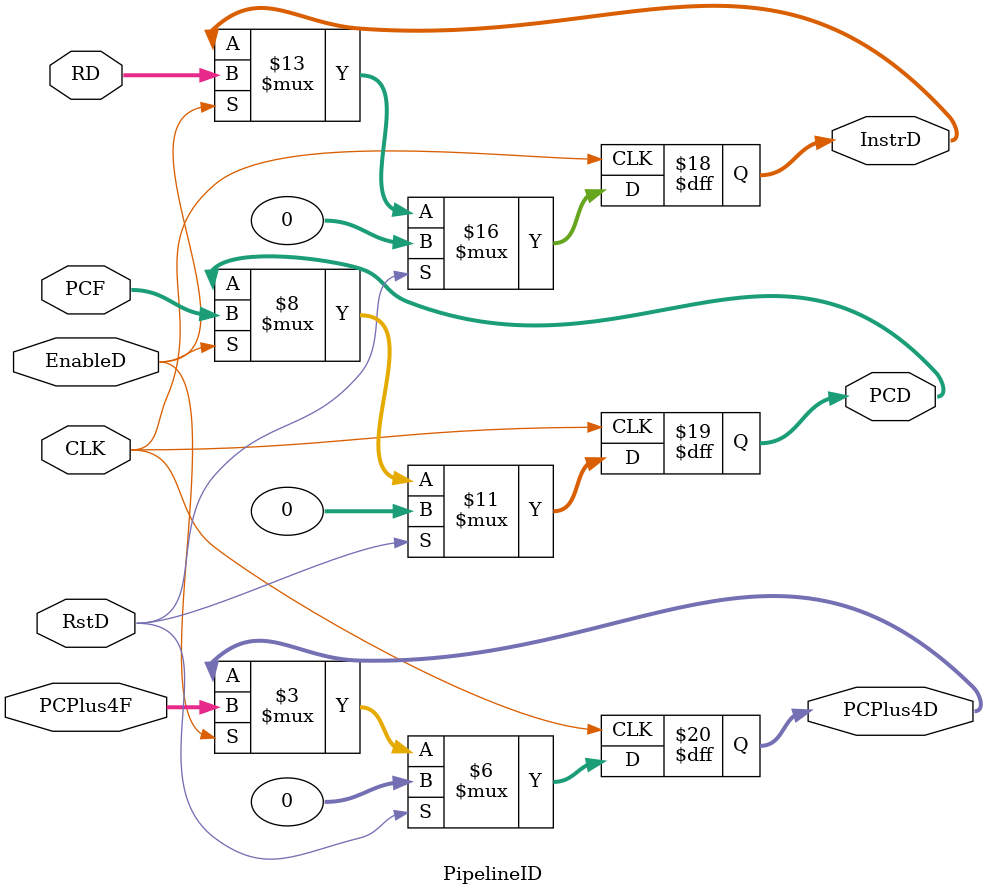
<source format=v>
module PipelineID (
    input CLK,
    input EnableD,
    input RstD,
    input wire[31:0] RD,
    input wire[31:0] PCF,
    input wire[31:0] PCPlus4F,
    output reg[31:0] InstrD,
    output reg[31:0] PCD,
    output reg[31:0] PCPlus4D
);

initial begin
    InstrD   = 32'b0;
    PCD      = 32'b0;
    PCPlus4D = 32'b0;    
end

always @(posedge CLK) begin
    if (RstD) begin
        InstrD   <= 32'b0;
        PCD      <= 32'b0;
        PCPlus4D <= 32'b0;
    end
    else if (EnableD) begin
        InstrD   <= RD;
        PCD      <= PCF;
        PCPlus4D <= PCPlus4F;
    end
end

endmodule

</source>
